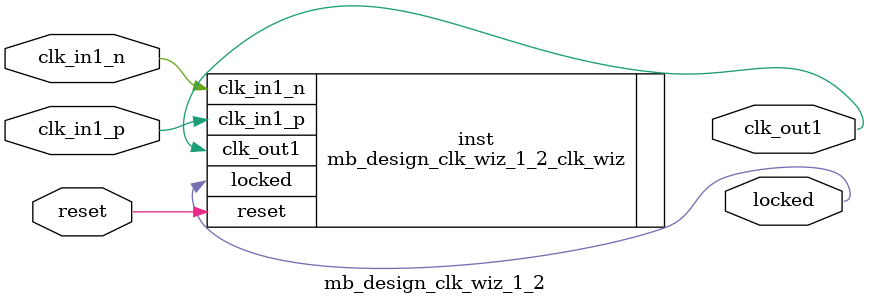
<source format=v>


`timescale 1ps/1ps

(* CORE_GENERATION_INFO = "mb_design_clk_wiz_1_2,clk_wiz_v6_0_3_0_0,{component_name=mb_design_clk_wiz_1_2,use_phase_alignment=true,use_min_o_jitter=false,use_max_i_jitter=false,use_dyn_phase_shift=false,use_inclk_switchover=false,use_dyn_reconfig=false,enable_axi=0,feedback_source=FDBK_AUTO,PRIMITIVE=MMCM,num_out_clk=1,clkin1_period=10.000,clkin2_period=10.000,use_power_down=false,use_reset=true,use_locked=true,use_inclk_stopped=false,feedback_type=SINGLE,CLOCK_MGR_TYPE=NA,manual_override=false}" *)

module mb_design_clk_wiz_1_2 
 (
  // Clock out ports
  output        clk_out1,
  // Status and control signals
  input         reset,
  output        locked,
 // Clock in ports
  input         clk_in1_p,
  input         clk_in1_n
 );

  mb_design_clk_wiz_1_2_clk_wiz inst
  (
  // Clock out ports  
  .clk_out1(clk_out1),
  // Status and control signals               
  .reset(reset), 
  .locked(locked),
 // Clock in ports
  .clk_in1_p(clk_in1_p),
  .clk_in1_n(clk_in1_n)
  );

endmodule

</source>
